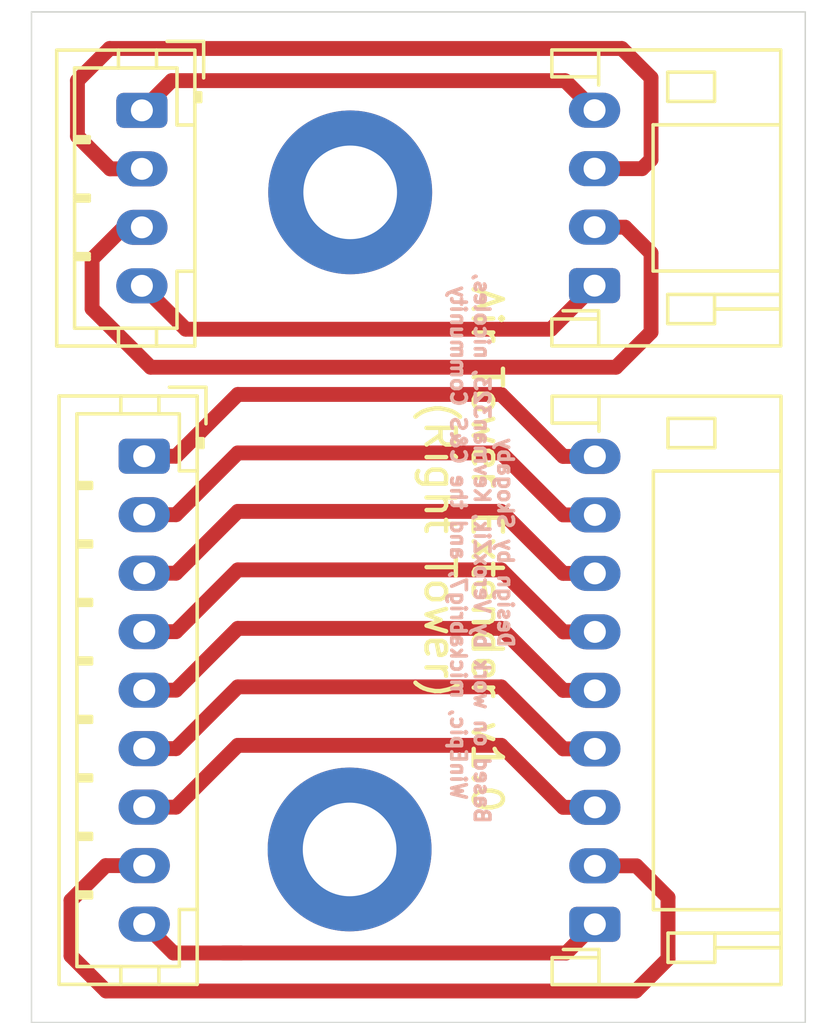
<source format=kicad_pcb>
(kicad_pcb (version 20171130) (host pcbnew "(5.1.9)-1")

  (general
    (thickness 1.6)
    (drawings 6)
    (tracks 76)
    (zones 0)
    (modules 6)
    (nets 14)
  )

  (page A4)
  (layers
    (0 F.Cu signal)
    (31 B.Cu signal)
    (32 B.Adhes user)
    (33 F.Adhes user)
    (34 B.Paste user)
    (35 F.Paste user)
    (36 B.SilkS user)
    (37 F.SilkS user)
    (38 B.Mask user)
    (39 F.Mask user)
    (40 Dwgs.User user)
    (41 Cmts.User user)
    (42 Eco1.User user)
    (43 Eco2.User user)
    (44 Edge.Cuts user)
    (45 Margin user)
    (46 B.CrtYd user)
    (47 F.CrtYd user)
    (48 B.Fab user)
    (49 F.Fab user)
  )

  (setup
    (last_trace_width 0.25)
    (user_trace_width 0.508)
    (trace_clearance 0.2)
    (zone_clearance 0.508)
    (zone_45_only no)
    (trace_min 0.2)
    (via_size 0.8)
    (via_drill 0.4)
    (via_min_size 0.4)
    (via_min_drill 0.3)
    (uvia_size 0.3)
    (uvia_drill 0.1)
    (uvias_allowed no)
    (uvia_min_size 0.2)
    (uvia_min_drill 0.1)
    (edge_width 0.05)
    (segment_width 0.2)
    (pcb_text_width 0.3)
    (pcb_text_size 1.5 1.5)
    (mod_edge_width 0.12)
    (mod_text_size 1 1)
    (mod_text_width 0.15)
    (pad_size 1.524 1.524)
    (pad_drill 0.762)
    (pad_to_mask_clearance 0)
    (aux_axis_origin 0 0)
    (visible_elements 7FFFFFFF)
    (pcbplotparams
      (layerselection 0x010fc_ffffffff)
      (usegerberextensions false)
      (usegerberattributes true)
      (usegerberadvancedattributes true)
      (creategerberjobfile true)
      (excludeedgelayer true)
      (linewidth 0.100000)
      (plotframeref false)
      (viasonmask false)
      (mode 1)
      (useauxorigin false)
      (hpglpennumber 1)
      (hpglpenspeed 20)
      (hpglpendiameter 15.000000)
      (psnegative false)
      (psa4output false)
      (plotreference true)
      (plotvalue true)
      (plotinvisibletext false)
      (padsonsilk false)
      (subtractmaskfromsilk false)
      (outputformat 1)
      (mirror false)
      (drillshape 0)
      (scaleselection 1)
      (outputdirectory "gerbers/"))
  )

  (net 0 "")
  (net 1 "Net-(J1-Pad4)")
  (net 2 "Net-(J1-Pad3)")
  (net 3 "Net-(J1-Pad2)")
  (net 4 "Net-(J1-Pad1)")
  (net 5 "Net-(J3-Pad8)")
  (net 6 "Net-(J3-Pad7)")
  (net 7 "Net-(J3-Pad6)")
  (net 8 "Net-(J3-Pad5)")
  (net 9 "Net-(J3-Pad4)")
  (net 10 "Net-(J3-Pad3)")
  (net 11 "Net-(J3-Pad2)")
  (net 12 "Net-(J3-Pad1)")
  (net 13 "Net-(J3-Pad9)")

  (net_class Default "This is the default net class."
    (clearance 0.2)
    (trace_width 0.25)
    (via_dia 0.8)
    (via_drill 0.4)
    (uvia_dia 0.3)
    (uvia_drill 0.1)
    (add_net "Net-(J1-Pad1)")
    (add_net "Net-(J1-Pad2)")
    (add_net "Net-(J1-Pad3)")
    (add_net "Net-(J1-Pad4)")
    (add_net "Net-(J3-Pad1)")
    (add_net "Net-(J3-Pad2)")
    (add_net "Net-(J3-Pad3)")
    (add_net "Net-(J3-Pad4)")
    (add_net "Net-(J3-Pad5)")
    (add_net "Net-(J3-Pad6)")
    (add_net "Net-(J3-Pad7)")
    (add_net "Net-(J3-Pad8)")
    (add_net "Net-(J3-Pad9)")
  )

  (module Connector_JST:JST_PH_S9B-PH-K_1x09_P2.00mm_Horizontal (layer F.Cu) (tedit 5B7745C6) (tstamp 60431777)
    (at 82.2 75.12 90)
    (descr "JST PH series connector, S9B-PH-K (http://www.jst-mfg.com/product/pdf/eng/ePH.pdf), generated with kicad-footprint-generator")
    (tags "connector JST PH top entry")
    (path /604266B7)
    (fp_text reference J4 (at 8 -2.55 90) (layer F.SilkS) hide
      (effects (font (size 1 1) (thickness 0.15)))
    )
    (fp_text value Conn_01x09_Male (at 8 7.45 90) (layer F.Fab)
      (effects (font (size 1 1) (thickness 0.15)))
    )
    (fp_line (start 0.5 1.375) (end 0 0.875) (layer F.Fab) (width 0.1))
    (fp_line (start -0.5 1.375) (end 0.5 1.375) (layer F.Fab) (width 0.1))
    (fp_line (start 0 0.875) (end -0.5 1.375) (layer F.Fab) (width 0.1))
    (fp_line (start -0.86 0.14) (end -0.86 -1.075) (layer F.SilkS) (width 0.12))
    (fp_line (start 17.25 0.25) (end -1.25 0.25) (layer F.Fab) (width 0.1))
    (fp_line (start 17.25 -1.35) (end 17.25 0.25) (layer F.Fab) (width 0.1))
    (fp_line (start 17.95 -1.35) (end 17.25 -1.35) (layer F.Fab) (width 0.1))
    (fp_line (start 17.95 6.25) (end 17.95 -1.35) (layer F.Fab) (width 0.1))
    (fp_line (start -1.95 6.25) (end 17.95 6.25) (layer F.Fab) (width 0.1))
    (fp_line (start -1.95 -1.35) (end -1.95 6.25) (layer F.Fab) (width 0.1))
    (fp_line (start -1.25 -1.35) (end -1.95 -1.35) (layer F.Fab) (width 0.1))
    (fp_line (start -1.25 0.25) (end -1.25 -1.35) (layer F.Fab) (width 0.1))
    (fp_line (start 18.45 -1.85) (end -2.45 -1.85) (layer F.CrtYd) (width 0.05))
    (fp_line (start 18.45 6.75) (end 18.45 -1.85) (layer F.CrtYd) (width 0.05))
    (fp_line (start -2.45 6.75) (end 18.45 6.75) (layer F.CrtYd) (width 0.05))
    (fp_line (start -2.45 -1.85) (end -2.45 6.75) (layer F.CrtYd) (width 0.05))
    (fp_line (start -0.8 4.1) (end -0.8 6.36) (layer F.SilkS) (width 0.12))
    (fp_line (start -0.3 4.1) (end -0.3 6.36) (layer F.SilkS) (width 0.12))
    (fp_line (start 16.3 2.5) (end 17.3 2.5) (layer F.SilkS) (width 0.12))
    (fp_line (start 16.3 4.1) (end 16.3 2.5) (layer F.SilkS) (width 0.12))
    (fp_line (start 17.3 4.1) (end 16.3 4.1) (layer F.SilkS) (width 0.12))
    (fp_line (start 17.3 2.5) (end 17.3 4.1) (layer F.SilkS) (width 0.12))
    (fp_line (start -0.3 2.5) (end -1.3 2.5) (layer F.SilkS) (width 0.12))
    (fp_line (start -0.3 4.1) (end -0.3 2.5) (layer F.SilkS) (width 0.12))
    (fp_line (start -1.3 4.1) (end -0.3 4.1) (layer F.SilkS) (width 0.12))
    (fp_line (start -1.3 2.5) (end -1.3 4.1) (layer F.SilkS) (width 0.12))
    (fp_line (start 18.06 0.14) (end 17.14 0.14) (layer F.SilkS) (width 0.12))
    (fp_line (start -2.06 0.14) (end -1.14 0.14) (layer F.SilkS) (width 0.12))
    (fp_line (start 15.5 2) (end 15.5 6.36) (layer F.SilkS) (width 0.12))
    (fp_line (start 0.5 2) (end 15.5 2) (layer F.SilkS) (width 0.12))
    (fp_line (start 0.5 6.36) (end 0.5 2) (layer F.SilkS) (width 0.12))
    (fp_line (start 17.14 0.14) (end 16.86 0.14) (layer F.SilkS) (width 0.12))
    (fp_line (start 17.14 -1.46) (end 17.14 0.14) (layer F.SilkS) (width 0.12))
    (fp_line (start 18.06 -1.46) (end 17.14 -1.46) (layer F.SilkS) (width 0.12))
    (fp_line (start 18.06 6.36) (end 18.06 -1.46) (layer F.SilkS) (width 0.12))
    (fp_line (start -2.06 6.36) (end 18.06 6.36) (layer F.SilkS) (width 0.12))
    (fp_line (start -2.06 -1.46) (end -2.06 6.36) (layer F.SilkS) (width 0.12))
    (fp_line (start -1.14 -1.46) (end -2.06 -1.46) (layer F.SilkS) (width 0.12))
    (fp_line (start -1.14 0.14) (end -1.14 -1.46) (layer F.SilkS) (width 0.12))
    (fp_line (start -0.86 0.14) (end -1.14 0.14) (layer F.SilkS) (width 0.12))
    (fp_text user %R (at 8 2.5 90) (layer F.Fab)
      (effects (font (size 1 1) (thickness 0.15)))
    )
    (pad 9 thru_hole oval (at 16 0 90) (size 1.2 1.75) (drill 0.75) (layers *.Cu *.Mask)
      (net 12 "Net-(J3-Pad1)"))
    (pad 8 thru_hole oval (at 14 0 90) (size 1.2 1.75) (drill 0.75) (layers *.Cu *.Mask)
      (net 11 "Net-(J3-Pad2)"))
    (pad 7 thru_hole oval (at 12 0 90) (size 1.2 1.75) (drill 0.75) (layers *.Cu *.Mask)
      (net 10 "Net-(J3-Pad3)"))
    (pad 6 thru_hole oval (at 10 0 90) (size 1.2 1.75) (drill 0.75) (layers *.Cu *.Mask)
      (net 9 "Net-(J3-Pad4)"))
    (pad 5 thru_hole oval (at 8 0 90) (size 1.2 1.75) (drill 0.75) (layers *.Cu *.Mask)
      (net 8 "Net-(J3-Pad5)"))
    (pad 4 thru_hole oval (at 6 0 90) (size 1.2 1.75) (drill 0.75) (layers *.Cu *.Mask)
      (net 7 "Net-(J3-Pad6)"))
    (pad 3 thru_hole oval (at 4 0 90) (size 1.2 1.75) (drill 0.75) (layers *.Cu *.Mask)
      (net 6 "Net-(J3-Pad7)"))
    (pad 2 thru_hole oval (at 2 0 90) (size 1.2 1.75) (drill 0.75) (layers *.Cu *.Mask)
      (net 5 "Net-(J3-Pad8)"))
    (pad 1 thru_hole roundrect (at 0 0 90) (size 1.2 1.75) (drill 0.75) (layers *.Cu *.Mask) (roundrect_rratio 0.2083325)
      (net 13 "Net-(J3-Pad9)"))
    (model ${KISYS3DMOD}/Connector_JST.3dshapes/JST_PH_S9B-PH-K_1x09_P2.00mm_Horizontal.wrl
      (at (xyz 0 0 0))
      (scale (xyz 1 1 1))
      (rotate (xyz 0 0 0))
    )
  )

  (module Connector_JST:JST_PH_B9B-PH-K_1x09_P2.00mm_Vertical (layer F.Cu) (tedit 5B7745C2) (tstamp 60430ED4)
    (at 66.802 59.113 270)
    (descr "JST PH series connector, B9B-PH-K (http://www.jst-mfg.com/product/pdf/eng/ePH.pdf), generated with kicad-footprint-generator")
    (tags "connector JST PH side entry")
    (path /6042780D)
    (fp_text reference J3 (at 8 -2.9 90) (layer F.SilkS) hide
      (effects (font (size 1 1) (thickness 0.15)))
    )
    (fp_text value Conn_01x09_Male (at 8 4 90) (layer F.Fab)
      (effects (font (size 1 1) (thickness 0.15)))
    )
    (fp_line (start 18.45 -2.2) (end -2.45 -2.2) (layer F.CrtYd) (width 0.05))
    (fp_line (start 18.45 3.3) (end 18.45 -2.2) (layer F.CrtYd) (width 0.05))
    (fp_line (start -2.45 3.3) (end 18.45 3.3) (layer F.CrtYd) (width 0.05))
    (fp_line (start -2.45 -2.2) (end -2.45 3.3) (layer F.CrtYd) (width 0.05))
    (fp_line (start 17.95 -1.7) (end -1.95 -1.7) (layer F.Fab) (width 0.1))
    (fp_line (start 17.95 2.8) (end 17.95 -1.7) (layer F.Fab) (width 0.1))
    (fp_line (start -1.95 2.8) (end 17.95 2.8) (layer F.Fab) (width 0.1))
    (fp_line (start -1.95 -1.7) (end -1.95 2.8) (layer F.Fab) (width 0.1))
    (fp_line (start -2.36 -2.11) (end -2.36 -0.86) (layer F.Fab) (width 0.1))
    (fp_line (start -1.11 -2.11) (end -2.36 -2.11) (layer F.Fab) (width 0.1))
    (fp_line (start -2.36 -2.11) (end -2.36 -0.86) (layer F.SilkS) (width 0.12))
    (fp_line (start -1.11 -2.11) (end -2.36 -2.11) (layer F.SilkS) (width 0.12))
    (fp_line (start 15 2.3) (end 15 1.8) (layer F.SilkS) (width 0.12))
    (fp_line (start 15.1 1.8) (end 15.1 2.3) (layer F.SilkS) (width 0.12))
    (fp_line (start 14.9 1.8) (end 15.1 1.8) (layer F.SilkS) (width 0.12))
    (fp_line (start 14.9 2.3) (end 14.9 1.8) (layer F.SilkS) (width 0.12))
    (fp_line (start 13 2.3) (end 13 1.8) (layer F.SilkS) (width 0.12))
    (fp_line (start 13.1 1.8) (end 13.1 2.3) (layer F.SilkS) (width 0.12))
    (fp_line (start 12.9 1.8) (end 13.1 1.8) (layer F.SilkS) (width 0.12))
    (fp_line (start 12.9 2.3) (end 12.9 1.8) (layer F.SilkS) (width 0.12))
    (fp_line (start 11 2.3) (end 11 1.8) (layer F.SilkS) (width 0.12))
    (fp_line (start 11.1 1.8) (end 11.1 2.3) (layer F.SilkS) (width 0.12))
    (fp_line (start 10.9 1.8) (end 11.1 1.8) (layer F.SilkS) (width 0.12))
    (fp_line (start 10.9 2.3) (end 10.9 1.8) (layer F.SilkS) (width 0.12))
    (fp_line (start 9 2.3) (end 9 1.8) (layer F.SilkS) (width 0.12))
    (fp_line (start 9.1 1.8) (end 9.1 2.3) (layer F.SilkS) (width 0.12))
    (fp_line (start 8.9 1.8) (end 9.1 1.8) (layer F.SilkS) (width 0.12))
    (fp_line (start 8.9 2.3) (end 8.9 1.8) (layer F.SilkS) (width 0.12))
    (fp_line (start 7 2.3) (end 7 1.8) (layer F.SilkS) (width 0.12))
    (fp_line (start 7.1 1.8) (end 7.1 2.3) (layer F.SilkS) (width 0.12))
    (fp_line (start 6.9 1.8) (end 7.1 1.8) (layer F.SilkS) (width 0.12))
    (fp_line (start 6.9 2.3) (end 6.9 1.8) (layer F.SilkS) (width 0.12))
    (fp_line (start 5 2.3) (end 5 1.8) (layer F.SilkS) (width 0.12))
    (fp_line (start 5.1 1.8) (end 5.1 2.3) (layer F.SilkS) (width 0.12))
    (fp_line (start 4.9 1.8) (end 5.1 1.8) (layer F.SilkS) (width 0.12))
    (fp_line (start 4.9 2.3) (end 4.9 1.8) (layer F.SilkS) (width 0.12))
    (fp_line (start 3 2.3) (end 3 1.8) (layer F.SilkS) (width 0.12))
    (fp_line (start 3.1 1.8) (end 3.1 2.3) (layer F.SilkS) (width 0.12))
    (fp_line (start 2.9 1.8) (end 3.1 1.8) (layer F.SilkS) (width 0.12))
    (fp_line (start 2.9 2.3) (end 2.9 1.8) (layer F.SilkS) (width 0.12))
    (fp_line (start 1 2.3) (end 1 1.8) (layer F.SilkS) (width 0.12))
    (fp_line (start 1.1 1.8) (end 1.1 2.3) (layer F.SilkS) (width 0.12))
    (fp_line (start 0.9 1.8) (end 1.1 1.8) (layer F.SilkS) (width 0.12))
    (fp_line (start 0.9 2.3) (end 0.9 1.8) (layer F.SilkS) (width 0.12))
    (fp_line (start 18.06 0.8) (end 17.45 0.8) (layer F.SilkS) (width 0.12))
    (fp_line (start 18.06 -0.5) (end 17.45 -0.5) (layer F.SilkS) (width 0.12))
    (fp_line (start -2.06 0.8) (end -1.45 0.8) (layer F.SilkS) (width 0.12))
    (fp_line (start -2.06 -0.5) (end -1.45 -0.5) (layer F.SilkS) (width 0.12))
    (fp_line (start 15.5 -1.2) (end 15.5 -1.81) (layer F.SilkS) (width 0.12))
    (fp_line (start 17.45 -1.2) (end 15.5 -1.2) (layer F.SilkS) (width 0.12))
    (fp_line (start 17.45 2.3) (end 17.45 -1.2) (layer F.SilkS) (width 0.12))
    (fp_line (start -1.45 2.3) (end 17.45 2.3) (layer F.SilkS) (width 0.12))
    (fp_line (start -1.45 -1.2) (end -1.45 2.3) (layer F.SilkS) (width 0.12))
    (fp_line (start 0.5 -1.2) (end -1.45 -1.2) (layer F.SilkS) (width 0.12))
    (fp_line (start 0.5 -1.81) (end 0.5 -1.2) (layer F.SilkS) (width 0.12))
    (fp_line (start -0.3 -1.91) (end -0.6 -1.91) (layer F.SilkS) (width 0.12))
    (fp_line (start -0.6 -2.01) (end -0.6 -1.81) (layer F.SilkS) (width 0.12))
    (fp_line (start -0.3 -2.01) (end -0.6 -2.01) (layer F.SilkS) (width 0.12))
    (fp_line (start -0.3 -1.81) (end -0.3 -2.01) (layer F.SilkS) (width 0.12))
    (fp_line (start 18.06 -1.81) (end -2.06 -1.81) (layer F.SilkS) (width 0.12))
    (fp_line (start 18.06 2.91) (end 18.06 -1.81) (layer F.SilkS) (width 0.12))
    (fp_line (start -2.06 2.91) (end 18.06 2.91) (layer F.SilkS) (width 0.12))
    (fp_line (start -2.06 -1.81) (end -2.06 2.91) (layer F.SilkS) (width 0.12))
    (fp_text user %R (at 8 1.5 90) (layer F.Fab)
      (effects (font (size 1 1) (thickness 0.15)))
    )
    (pad 9 thru_hole oval (at 16 0 270) (size 1.2 1.75) (drill 0.75) (layers *.Cu *.Mask)
      (net 13 "Net-(J3-Pad9)"))
    (pad 8 thru_hole oval (at 14 0 270) (size 1.2 1.75) (drill 0.75) (layers *.Cu *.Mask)
      (net 5 "Net-(J3-Pad8)"))
    (pad 7 thru_hole oval (at 12 0 270) (size 1.2 1.75) (drill 0.75) (layers *.Cu *.Mask)
      (net 6 "Net-(J3-Pad7)"))
    (pad 6 thru_hole oval (at 10 0 270) (size 1.2 1.75) (drill 0.75) (layers *.Cu *.Mask)
      (net 7 "Net-(J3-Pad6)"))
    (pad 5 thru_hole oval (at 8 0 270) (size 1.2 1.75) (drill 0.75) (layers *.Cu *.Mask)
      (net 8 "Net-(J3-Pad5)"))
    (pad 4 thru_hole oval (at 6 0 270) (size 1.2 1.75) (drill 0.75) (layers *.Cu *.Mask)
      (net 9 "Net-(J3-Pad4)"))
    (pad 3 thru_hole oval (at 4 0 270) (size 1.2 1.75) (drill 0.75) (layers *.Cu *.Mask)
      (net 10 "Net-(J3-Pad3)"))
    (pad 2 thru_hole oval (at 2 0 270) (size 1.2 1.75) (drill 0.75) (layers *.Cu *.Mask)
      (net 11 "Net-(J3-Pad2)"))
    (pad 1 thru_hole roundrect (at 0 0 270) (size 1.2 1.75) (drill 0.75) (layers *.Cu *.Mask) (roundrect_rratio 0.2083325)
      (net 12 "Net-(J3-Pad1)"))
    (model ${KISYS3DMOD}/Connector_JST.3dshapes/JST_PH_B9B-PH-K_1x09_P2.00mm_Vertical.wrl
      (at (xyz 0 0 0))
      (scale (xyz 1 1 1))
      (rotate (xyz 0 0 0))
    )
  )

  (module Connector_JST:JST_PH_S4B-PH-K_1x04_P2.00mm_Horizontal (layer F.Cu) (tedit 5B7745C6) (tstamp 60430E9E)
    (at 82.19 53.28 90)
    (descr "JST PH series connector, S4B-PH-K (http://www.jst-mfg.com/product/pdf/eng/ePH.pdf), generated with kicad-footprint-generator")
    (tags "connector JST PH top entry")
    (path /6042AB66)
    (fp_text reference J2 (at 3 -2.55 90) (layer F.SilkS) hide
      (effects (font (size 1 1) (thickness 0.15)))
    )
    (fp_text value Conn_01x04_Male (at 3 7.45 90) (layer F.Fab)
      (effects (font (size 1 1) (thickness 0.15)))
    )
    (fp_line (start 0.5 1.375) (end 0 0.875) (layer F.Fab) (width 0.1))
    (fp_line (start -0.5 1.375) (end 0.5 1.375) (layer F.Fab) (width 0.1))
    (fp_line (start 0 0.875) (end -0.5 1.375) (layer F.Fab) (width 0.1))
    (fp_line (start -0.86 0.14) (end -0.86 -1.075) (layer F.SilkS) (width 0.12))
    (fp_line (start 7.25 0.25) (end -1.25 0.25) (layer F.Fab) (width 0.1))
    (fp_line (start 7.25 -1.35) (end 7.25 0.25) (layer F.Fab) (width 0.1))
    (fp_line (start 7.95 -1.35) (end 7.25 -1.35) (layer F.Fab) (width 0.1))
    (fp_line (start 7.95 6.25) (end 7.95 -1.35) (layer F.Fab) (width 0.1))
    (fp_line (start -1.95 6.25) (end 7.95 6.25) (layer F.Fab) (width 0.1))
    (fp_line (start -1.95 -1.35) (end -1.95 6.25) (layer F.Fab) (width 0.1))
    (fp_line (start -1.25 -1.35) (end -1.95 -1.35) (layer F.Fab) (width 0.1))
    (fp_line (start -1.25 0.25) (end -1.25 -1.35) (layer F.Fab) (width 0.1))
    (fp_line (start 8.45 -1.85) (end -2.45 -1.85) (layer F.CrtYd) (width 0.05))
    (fp_line (start 8.45 6.75) (end 8.45 -1.85) (layer F.CrtYd) (width 0.05))
    (fp_line (start -2.45 6.75) (end 8.45 6.75) (layer F.CrtYd) (width 0.05))
    (fp_line (start -2.45 -1.85) (end -2.45 6.75) (layer F.CrtYd) (width 0.05))
    (fp_line (start -0.8 4.1) (end -0.8 6.36) (layer F.SilkS) (width 0.12))
    (fp_line (start -0.3 4.1) (end -0.3 6.36) (layer F.SilkS) (width 0.12))
    (fp_line (start 6.3 2.5) (end 7.3 2.5) (layer F.SilkS) (width 0.12))
    (fp_line (start 6.3 4.1) (end 6.3 2.5) (layer F.SilkS) (width 0.12))
    (fp_line (start 7.3 4.1) (end 6.3 4.1) (layer F.SilkS) (width 0.12))
    (fp_line (start 7.3 2.5) (end 7.3 4.1) (layer F.SilkS) (width 0.12))
    (fp_line (start -0.3 2.5) (end -1.3 2.5) (layer F.SilkS) (width 0.12))
    (fp_line (start -0.3 4.1) (end -0.3 2.5) (layer F.SilkS) (width 0.12))
    (fp_line (start -1.3 4.1) (end -0.3 4.1) (layer F.SilkS) (width 0.12))
    (fp_line (start -1.3 2.5) (end -1.3 4.1) (layer F.SilkS) (width 0.12))
    (fp_line (start 8.06 0.14) (end 7.14 0.14) (layer F.SilkS) (width 0.12))
    (fp_line (start -2.06 0.14) (end -1.14 0.14) (layer F.SilkS) (width 0.12))
    (fp_line (start 5.5 2) (end 5.5 6.36) (layer F.SilkS) (width 0.12))
    (fp_line (start 0.5 2) (end 5.5 2) (layer F.SilkS) (width 0.12))
    (fp_line (start 0.5 6.36) (end 0.5 2) (layer F.SilkS) (width 0.12))
    (fp_line (start 7.14 0.14) (end 6.86 0.14) (layer F.SilkS) (width 0.12))
    (fp_line (start 7.14 -1.46) (end 7.14 0.14) (layer F.SilkS) (width 0.12))
    (fp_line (start 8.06 -1.46) (end 7.14 -1.46) (layer F.SilkS) (width 0.12))
    (fp_line (start 8.06 6.36) (end 8.06 -1.46) (layer F.SilkS) (width 0.12))
    (fp_line (start -2.06 6.36) (end 8.06 6.36) (layer F.SilkS) (width 0.12))
    (fp_line (start -2.06 -1.46) (end -2.06 6.36) (layer F.SilkS) (width 0.12))
    (fp_line (start -1.14 -1.46) (end -2.06 -1.46) (layer F.SilkS) (width 0.12))
    (fp_line (start -1.14 0.14) (end -1.14 -1.46) (layer F.SilkS) (width 0.12))
    (fp_line (start -0.86 0.14) (end -1.14 0.14) (layer F.SilkS) (width 0.12))
    (fp_text user %R (at 3 2.5 90) (layer F.Fab)
      (effects (font (size 1 1) (thickness 0.15)))
    )
    (pad 4 thru_hole oval (at 6 0 90) (size 1.2 1.75) (drill 0.75) (layers *.Cu *.Mask)
      (net 4 "Net-(J1-Pad1)"))
    (pad 3 thru_hole oval (at 4 0 90) (size 1.2 1.75) (drill 0.75) (layers *.Cu *.Mask)
      (net 3 "Net-(J1-Pad2)"))
    (pad 2 thru_hole oval (at 2 0 90) (size 1.2 1.75) (drill 0.75) (layers *.Cu *.Mask)
      (net 2 "Net-(J1-Pad3)"))
    (pad 1 thru_hole roundrect (at 0 0 90) (size 1.2 1.75) (drill 0.75) (layers *.Cu *.Mask) (roundrect_rratio 0.2083325)
      (net 1 "Net-(J1-Pad4)"))
    (model ${KISYS3DMOD}/Connector_JST.3dshapes/JST_PH_S4B-PH-K_1x04_P2.00mm_Horizontal.wrl
      (at (xyz 0 0 0))
      (scale (xyz 1 1 1))
      (rotate (xyz 0 0 0))
    )
  )

  (module Connector_JST:JST_PH_B4B-PH-K_1x04_P2.00mm_Vertical (layer F.Cu) (tedit 5B7745C2) (tstamp 60430E6D)
    (at 66.722 47.286 270)
    (descr "JST PH series connector, B4B-PH-K (http://www.jst-mfg.com/product/pdf/eng/ePH.pdf), generated with kicad-footprint-generator")
    (tags "connector JST PH side entry")
    (path /6042C953)
    (fp_text reference J1 (at 3 -2.9 90) (layer F.SilkS) hide
      (effects (font (size 1 1) (thickness 0.15)))
    )
    (fp_text value Conn_01x04_Male (at 3 4 90) (layer F.Fab)
      (effects (font (size 1 1) (thickness 0.15)))
    )
    (fp_line (start 8.45 -2.2) (end -2.45 -2.2) (layer F.CrtYd) (width 0.05))
    (fp_line (start 8.45 3.3) (end 8.45 -2.2) (layer F.CrtYd) (width 0.05))
    (fp_line (start -2.45 3.3) (end 8.45 3.3) (layer F.CrtYd) (width 0.05))
    (fp_line (start -2.45 -2.2) (end -2.45 3.3) (layer F.CrtYd) (width 0.05))
    (fp_line (start 7.95 -1.7) (end -1.95 -1.7) (layer F.Fab) (width 0.1))
    (fp_line (start 7.95 2.8) (end 7.95 -1.7) (layer F.Fab) (width 0.1))
    (fp_line (start -1.95 2.8) (end 7.95 2.8) (layer F.Fab) (width 0.1))
    (fp_line (start -1.95 -1.7) (end -1.95 2.8) (layer F.Fab) (width 0.1))
    (fp_line (start -2.36 -2.11) (end -2.36 -0.86) (layer F.Fab) (width 0.1))
    (fp_line (start -1.11 -2.11) (end -2.36 -2.11) (layer F.Fab) (width 0.1))
    (fp_line (start -2.36 -2.11) (end -2.36 -0.86) (layer F.SilkS) (width 0.12))
    (fp_line (start -1.11 -2.11) (end -2.36 -2.11) (layer F.SilkS) (width 0.12))
    (fp_line (start 5 2.3) (end 5 1.8) (layer F.SilkS) (width 0.12))
    (fp_line (start 5.1 1.8) (end 5.1 2.3) (layer F.SilkS) (width 0.12))
    (fp_line (start 4.9 1.8) (end 5.1 1.8) (layer F.SilkS) (width 0.12))
    (fp_line (start 4.9 2.3) (end 4.9 1.8) (layer F.SilkS) (width 0.12))
    (fp_line (start 3 2.3) (end 3 1.8) (layer F.SilkS) (width 0.12))
    (fp_line (start 3.1 1.8) (end 3.1 2.3) (layer F.SilkS) (width 0.12))
    (fp_line (start 2.9 1.8) (end 3.1 1.8) (layer F.SilkS) (width 0.12))
    (fp_line (start 2.9 2.3) (end 2.9 1.8) (layer F.SilkS) (width 0.12))
    (fp_line (start 1 2.3) (end 1 1.8) (layer F.SilkS) (width 0.12))
    (fp_line (start 1.1 1.8) (end 1.1 2.3) (layer F.SilkS) (width 0.12))
    (fp_line (start 0.9 1.8) (end 1.1 1.8) (layer F.SilkS) (width 0.12))
    (fp_line (start 0.9 2.3) (end 0.9 1.8) (layer F.SilkS) (width 0.12))
    (fp_line (start 8.06 0.8) (end 7.45 0.8) (layer F.SilkS) (width 0.12))
    (fp_line (start 8.06 -0.5) (end 7.45 -0.5) (layer F.SilkS) (width 0.12))
    (fp_line (start -2.06 0.8) (end -1.45 0.8) (layer F.SilkS) (width 0.12))
    (fp_line (start -2.06 -0.5) (end -1.45 -0.5) (layer F.SilkS) (width 0.12))
    (fp_line (start 5.5 -1.2) (end 5.5 -1.81) (layer F.SilkS) (width 0.12))
    (fp_line (start 7.45 -1.2) (end 5.5 -1.2) (layer F.SilkS) (width 0.12))
    (fp_line (start 7.45 2.3) (end 7.45 -1.2) (layer F.SilkS) (width 0.12))
    (fp_line (start -1.45 2.3) (end 7.45 2.3) (layer F.SilkS) (width 0.12))
    (fp_line (start -1.45 -1.2) (end -1.45 2.3) (layer F.SilkS) (width 0.12))
    (fp_line (start 0.5 -1.2) (end -1.45 -1.2) (layer F.SilkS) (width 0.12))
    (fp_line (start 0.5 -1.81) (end 0.5 -1.2) (layer F.SilkS) (width 0.12))
    (fp_line (start -0.3 -1.91) (end -0.6 -1.91) (layer F.SilkS) (width 0.12))
    (fp_line (start -0.6 -2.01) (end -0.6 -1.81) (layer F.SilkS) (width 0.12))
    (fp_line (start -0.3 -2.01) (end -0.6 -2.01) (layer F.SilkS) (width 0.12))
    (fp_line (start -0.3 -1.81) (end -0.3 -2.01) (layer F.SilkS) (width 0.12))
    (fp_line (start 8.06 -1.81) (end -2.06 -1.81) (layer F.SilkS) (width 0.12))
    (fp_line (start 8.06 2.91) (end 8.06 -1.81) (layer F.SilkS) (width 0.12))
    (fp_line (start -2.06 2.91) (end 8.06 2.91) (layer F.SilkS) (width 0.12))
    (fp_line (start -2.06 -1.81) (end -2.06 2.91) (layer F.SilkS) (width 0.12))
    (fp_text user %R (at 3 1.5 90) (layer F.Fab)
      (effects (font (size 1 1) (thickness 0.15)))
    )
    (pad 4 thru_hole oval (at 6 0 270) (size 1.2 1.75) (drill 0.75) (layers *.Cu *.Mask)
      (net 1 "Net-(J1-Pad4)"))
    (pad 3 thru_hole oval (at 4 0 270) (size 1.2 1.75) (drill 0.75) (layers *.Cu *.Mask)
      (net 2 "Net-(J1-Pad3)"))
    (pad 2 thru_hole oval (at 2 0 270) (size 1.2 1.75) (drill 0.75) (layers *.Cu *.Mask)
      (net 3 "Net-(J1-Pad2)"))
    (pad 1 thru_hole roundrect (at 0 0 270) (size 1.2 1.75) (drill 0.75) (layers *.Cu *.Mask) (roundrect_rratio 0.2083325)
      (net 4 "Net-(J1-Pad1)"))
    (model ${KISYS3DMOD}/Connector_JST.3dshapes/JST_PH_B4B-PH-K_1x04_P2.00mm_Vertical.wrl
      (at (xyz 0 0 0))
      (scale (xyz 1 1 1))
      (rotate (xyz 0 0 0))
    )
  )

  (module MountingHole:MountingHole_3.2mm_M3_DIN965_Pad (layer F.Cu) (tedit 56D1B4CB) (tstamp 6043260D)
    (at 73.82 72.56)
    (descr "Mounting Hole 3.2mm, M3, DIN965")
    (tags "mounting hole 3.2mm m3 din965")
    (path /6043F0F9)
    (attr virtual)
    (fp_text reference H2 (at 0 -3.8) (layer F.SilkS) hide
      (effects (font (size 1 1) (thickness 0.15)))
    )
    (fp_text value MountingHole (at 0 3.8) (layer F.Fab)
      (effects (font (size 1 1) (thickness 0.15)))
    )
    (fp_circle (center 0 0) (end 2.8 0) (layer Cmts.User) (width 0.15))
    (fp_circle (center 0 0) (end 3.05 0) (layer F.CrtYd) (width 0.05))
    (fp_text user %R (at 0.3 0) (layer F.Fab)
      (effects (font (size 1 1) (thickness 0.15)))
    )
    (pad 1 thru_hole circle (at 0 0) (size 5.6 5.6) (drill 3.2) (layers *.Cu *.Mask))
  )

  (module MountingHole:MountingHole_3.2mm_M3_DIN965_Pad (layer F.Cu) (tedit 56D1B4CB) (tstamp 60432432)
    (at 73.84 50.09)
    (descr "Mounting Hole 3.2mm, M3, DIN965")
    (tags "mounting hole 3.2mm m3 din965")
    (path /6043F2C7)
    (attr virtual)
    (fp_text reference H1 (at 0 -3.8) (layer F.SilkS) hide
      (effects (font (size 1 1) (thickness 0.15)))
    )
    (fp_text value MountingHole (at 0 3.8) (layer F.Fab)
      (effects (font (size 1 1) (thickness 0.15)))
    )
    (fp_circle (center 0 0) (end 2.8 0) (layer Cmts.User) (width 0.15))
    (fp_circle (center 0 0) (end 3.05 0) (layer F.CrtYd) (width 0.05))
    (fp_text user %R (at 0.3 0) (layer F.Fab)
      (effects (font (size 1 1) (thickness 0.15)))
    )
    (pad 1 thru_hole circle (at 0 0) (size 5.6 5.6) (drill 3.2) (layers *.Cu *.Mask))
  )

  (gr_text "Design by Skogaby\nBased on work by VeroxZik, Kevman323, nicoles, \nWinEpic, mickabrig7, and the C&S Community" (at 78.34 62.07 270) (layer B.SilkS)
    (effects (font (size 0.5 0.5) (thickness 0.125)) (justify mirror))
  )
  (gr_text "Air Tower Extender v1.0\n(Right Tower)" (at 77.71 62.31 -90) (layer F.SilkS) (tstamp 604518BA)
    (effects (font (size 1 1) (thickness 0.15)))
  )
  (gr_line (start 62.95 78.48) (end 62.95 43.92) (layer Edge.Cuts) (width 0.05) (tstamp 6043181A))
  (gr_line (start 89.39 78.48) (end 62.95 78.48) (layer Edge.Cuts) (width 0.05))
  (gr_line (start 89.39 43.92) (end 89.39 78.48) (layer Edge.Cuts) (width 0.05))
  (gr_line (start 62.95 43.92) (end 89.39 43.92) (layer Edge.Cuts) (width 0.05))

  (segment (start 66.722 53.286) (end 66.736 53.286) (width 0.508) (layer F.Cu) (net 1))
  (segment (start 66.736 53.286) (end 68.22 54.77) (width 0.508) (layer F.Cu) (net 1))
  (segment (start 80.7 54.77) (end 82.19 53.28) (width 0.508) (layer F.Cu) (net 1))
  (segment (start 68.22 54.77) (end 80.7 54.77) (width 0.508) (layer F.Cu) (net 1))
  (segment (start 83.23 51.28) (end 82.19 51.28) (width 0.508) (layer F.Cu) (net 2))
  (segment (start 84.12 52.17) (end 83.23 51.28) (width 0.508) (layer F.Cu) (net 2))
  (segment (start 82.92 56.07) (end 84.12 54.87) (width 0.508) (layer F.Cu) (net 2))
  (segment (start 67.02 56.07) (end 82.92 56.07) (width 0.508) (layer F.Cu) (net 2))
  (segment (start 65.02 54.07) (end 67.02 56.07) (width 0.508) (layer F.Cu) (net 2))
  (segment (start 65.02 52.37) (end 65.02 54.07) (width 0.508) (layer F.Cu) (net 2))
  (segment (start 66.104 51.286) (end 65.02 52.37) (width 0.508) (layer F.Cu) (net 2))
  (segment (start 84.12 54.87) (end 84.12 52.17) (width 0.508) (layer F.Cu) (net 2))
  (segment (start 66.722 51.286) (end 66.104 51.286) (width 0.508) (layer F.Cu) (net 2))
  (segment (start 83.81 49.28) (end 82.19 49.28) (width 0.508) (layer F.Cu) (net 3))
  (segment (start 84.12 48.97) (end 83.81 49.28) (width 0.508) (layer F.Cu) (net 3))
  (segment (start 65.62 45.17) (end 83.12 45.17) (width 0.508) (layer F.Cu) (net 3))
  (segment (start 64.52 46.27) (end 65.62 45.17) (width 0.508) (layer F.Cu) (net 3))
  (segment (start 84.12 46.17) (end 84.12 48.97) (width 0.508) (layer F.Cu) (net 3))
  (segment (start 64.52 48.17) (end 64.52 46.27) (width 0.508) (layer F.Cu) (net 3))
  (segment (start 83.12 45.17) (end 84.12 46.17) (width 0.508) (layer F.Cu) (net 3))
  (segment (start 65.636 49.286) (end 64.52 48.17) (width 0.508) (layer F.Cu) (net 3))
  (segment (start 66.722 49.286) (end 65.636 49.286) (width 0.508) (layer F.Cu) (net 3))
  (segment (start 66.722 47.286) (end 67.738 46.27) (width 0.508) (layer F.Cu) (net 4))
  (segment (start 81.18 46.27) (end 82.19 47.28) (width 0.508) (layer F.Cu) (net 4))
  (segment (start 67.738 46.27) (end 81.18 46.27) (width 0.508) (layer F.Cu) (net 4))
  (segment (start 84.7 76.3) (end 84.7 74.2) (width 0.508) (layer F.Cu) (net 5))
  (segment (start 83.6 77.4) (end 84.7 76.3) (width 0.508) (layer F.Cu) (net 5))
  (segment (start 83.62 73.12) (end 82.2 73.12) (width 0.508) (layer F.Cu) (net 5))
  (segment (start 65.5 77.4) (end 83.6 77.4) (width 0.508) (layer F.Cu) (net 5))
  (segment (start 64.3 76.2) (end 65.5 77.4) (width 0.508) (layer F.Cu) (net 5))
  (segment (start 64.3 74.3) (end 64.3 76.2) (width 0.508) (layer F.Cu) (net 5))
  (segment (start 84.7 74.2) (end 83.62 73.12) (width 0.508) (layer F.Cu) (net 5))
  (segment (start 65.487 73.113) (end 64.3 74.3) (width 0.508) (layer F.Cu) (net 5))
  (segment (start 66.802 73.113) (end 65.487 73.113) (width 0.508) (layer F.Cu) (net 5))
  (segment (start 66.802 71.113) (end 67.887 71.113) (width 0.508) (layer F.Cu) (net 6))
  (segment (start 67.887 71.113) (end 70 69) (width 0.508) (layer F.Cu) (net 6))
  (segment (start 70 69) (end 79 69) (width 0.508) (layer F.Cu) (net 6))
  (segment (start 81.12 71.12) (end 82.2 71.12) (width 0.508) (layer F.Cu) (net 6))
  (segment (start 79 69) (end 81.12 71.12) (width 0.508) (layer F.Cu) (net 6))
  (segment (start 67.887 69.113) (end 70 67) (width 0.508) (layer F.Cu) (net 7) (tstamp 6046EB26))
  (segment (start 66.802 69.113) (end 67.887 69.113) (width 0.508) (layer F.Cu) (net 7) (tstamp 6046EB27))
  (segment (start 79 67) (end 81.12 69.12) (width 0.508) (layer F.Cu) (net 7) (tstamp 6046EB28))
  (segment (start 81.12 69.12) (end 82.2 69.12) (width 0.508) (layer F.Cu) (net 7) (tstamp 6046EB29))
  (segment (start 70 67) (end 79 67) (width 0.508) (layer F.Cu) (net 7) (tstamp 6046EB2A))
  (segment (start 67.887 67.113) (end 70 65) (width 0.508) (layer F.Cu) (net 8) (tstamp 6046EB26))
  (segment (start 66.802 67.113) (end 67.887 67.113) (width 0.508) (layer F.Cu) (net 8) (tstamp 6046EB27))
  (segment (start 79 65) (end 81.12 67.12) (width 0.508) (layer F.Cu) (net 8) (tstamp 6046EB28))
  (segment (start 81.12 67.12) (end 82.2 67.12) (width 0.508) (layer F.Cu) (net 8) (tstamp 6046EB29))
  (segment (start 70 65) (end 79 65) (width 0.508) (layer F.Cu) (net 8) (tstamp 6046EB2A))
  (segment (start 67.887 65.113) (end 70 63) (width 0.508) (layer F.Cu) (net 9) (tstamp 6046EB26))
  (segment (start 66.802 65.113) (end 67.887 65.113) (width 0.508) (layer F.Cu) (net 9) (tstamp 6046EB27))
  (segment (start 79 63) (end 81.12 65.12) (width 0.508) (layer F.Cu) (net 9) (tstamp 6046EB28))
  (segment (start 81.12 65.12) (end 82.2 65.12) (width 0.508) (layer F.Cu) (net 9) (tstamp 6046EB29))
  (segment (start 70 63) (end 79 63) (width 0.508) (layer F.Cu) (net 9) (tstamp 6046EB2A))
  (segment (start 67.887 63.113) (end 70 61) (width 0.508) (layer F.Cu) (net 10) (tstamp 6046EB26))
  (segment (start 66.802 63.113) (end 67.887 63.113) (width 0.508) (layer F.Cu) (net 10) (tstamp 6046EB27))
  (segment (start 79 61) (end 81.12 63.12) (width 0.508) (layer F.Cu) (net 10) (tstamp 6046EB28))
  (segment (start 81.12 63.12) (end 82.2 63.12) (width 0.508) (layer F.Cu) (net 10) (tstamp 6046EB29))
  (segment (start 70 61) (end 79 61) (width 0.508) (layer F.Cu) (net 10) (tstamp 6046EB2A))
  (segment (start 67.887 61.113) (end 70 59) (width 0.508) (layer F.Cu) (net 11) (tstamp 6046EB26))
  (segment (start 66.802 61.113) (end 67.887 61.113) (width 0.508) (layer F.Cu) (net 11) (tstamp 6046EB27))
  (segment (start 79 59) (end 81.12 61.12) (width 0.508) (layer F.Cu) (net 11) (tstamp 6046EB28))
  (segment (start 81.12 61.12) (end 82.2 61.12) (width 0.508) (layer F.Cu) (net 11) (tstamp 6046EB29))
  (segment (start 70 59) (end 79 59) (width 0.508) (layer F.Cu) (net 11) (tstamp 6046EB2A))
  (segment (start 67.887 59.113) (end 70 57) (width 0.508) (layer F.Cu) (net 12) (tstamp 6046EB26))
  (segment (start 66.802 59.113) (end 67.887 59.113) (width 0.508) (layer F.Cu) (net 12) (tstamp 6046EB27))
  (segment (start 79 57) (end 81.12 59.12) (width 0.508) (layer F.Cu) (net 12) (tstamp 6046EB28))
  (segment (start 81.12 59.12) (end 82.2 59.12) (width 0.508) (layer F.Cu) (net 12) (tstamp 6046EB29))
  (segment (start 70 57) (end 79 57) (width 0.508) (layer F.Cu) (net 12) (tstamp 6046EB2A))
  (segment (start 82.193 59.113) (end 82.2 59.12) (width 0.508) (layer F.Cu) (net 12))
  (segment (start 66.802 75.113) (end 66.813 75.113) (width 0.508) (layer F.Cu) (net 13))
  (segment (start 67.8 76.1) (end 70.1 76.1) (width 0.508) (layer F.Cu) (net 13))
  (segment (start 66.813 75.113) (end 67.8 76.1) (width 0.508) (layer F.Cu) (net 13))
  (segment (start 69.5 76.1) (end 70.1 76.1) (width 0.508) (layer F.Cu) (net 13))
  (segment (start 81.22 76.1) (end 82.2 75.12) (width 0.508) (layer F.Cu) (net 13))
  (segment (start 70.1 76.1) (end 81.22 76.1) (width 0.508) (layer F.Cu) (net 13))

)

</source>
